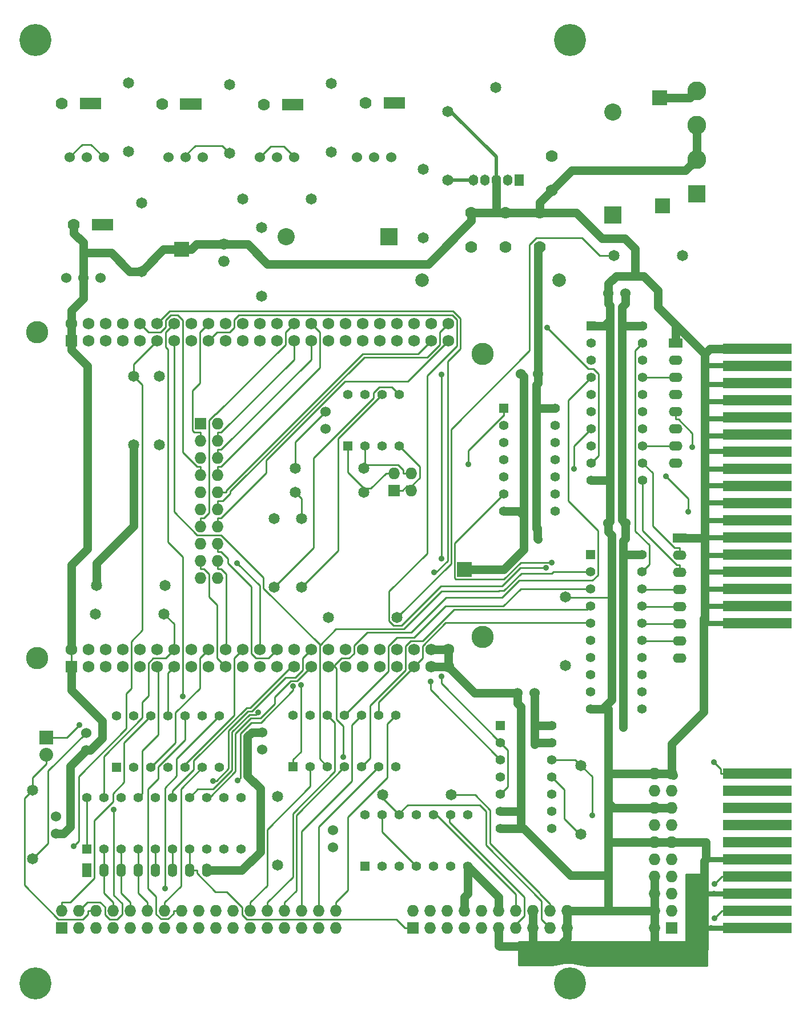
<source format=gtl>
%FSLAX34Y34*%
G04 Gerber Fmt 3.4, Leading zero omitted, Abs format*
G04 (created by PCBNEW (2014-02-12 BZR 4693)-product) date Sat 21 Jun 2014 11:45:11 PM EDT*
%MOIN*%
G01*
G70*
G90*
G04 APERTURE LIST*
%ADD10C,0.006000*%
%ADD11R,0.400000X0.060000*%
%ADD12R,0.100000X0.100000*%
%ADD13C,0.110000*%
%ADD14C,0.066000*%
%ADD15C,0.078700*%
%ADD16C,0.100000*%
%ADD17R,0.055000X0.055000*%
%ADD18C,0.055000*%
%ADD19R,0.080000X0.080000*%
%ADD20O,0.080000X0.080000*%
%ADD21R,0.068000X0.068000*%
%ADD22O,0.068000X0.068000*%
%ADD23C,0.187000*%
%ADD24R,0.080000X0.055000*%
%ADD25O,0.080000X0.055000*%
%ADD26R,0.055000X0.080000*%
%ADD27O,0.055000X0.080000*%
%ADD28R,0.088000X0.088000*%
%ADD29C,0.065000*%
%ADD30C,0.060000*%
%ADD31C,0.070000*%
%ADD32C,0.130000*%
%ADD33C,0.068000*%
%ADD34O,0.054000X0.065000*%
%ADD35R,0.054000X0.065000*%
%ADD36R,0.070000X0.070000*%
%ADD37C,0.035000*%
%ADD38C,0.050000*%
%ADD39C,0.010000*%
%ADD40C,0.030000*%
%ADD41C,0.020000*%
G04 APERTURE END LIST*
G54D10*
G54D11*
X90250Y-25150D03*
X90250Y-26150D03*
X90250Y-27150D03*
X90250Y-28150D03*
X90250Y-29150D03*
X90250Y-30150D03*
X90250Y-31150D03*
X90250Y-32150D03*
X90250Y-33150D03*
X90250Y-34150D03*
X90250Y-35150D03*
X90250Y-36150D03*
X90250Y-37150D03*
X90250Y-38150D03*
X90250Y-39150D03*
X90250Y-40150D03*
X90250Y-41150D03*
X90250Y-49899D03*
X90250Y-50899D03*
X90250Y-51899D03*
X90250Y-52899D03*
X90250Y-53899D03*
X90250Y-54899D03*
X90250Y-55899D03*
X90250Y-56899D03*
X90250Y-57899D03*
X90250Y-58899D03*
G54D12*
X86700Y-16100D03*
G54D13*
X86700Y-14100D03*
X86700Y-12100D03*
X86700Y-10100D03*
G54D14*
X59100Y-20050D03*
X59100Y-19050D03*
G54D15*
X78687Y-21150D03*
X70687Y-21150D03*
G54D16*
X81800Y-11350D03*
G54D12*
X81800Y-17350D03*
G54D16*
X62750Y-18600D03*
G54D12*
X68750Y-18600D03*
G54D17*
X75450Y-28600D03*
G54D18*
X75450Y-29600D03*
X75450Y-30600D03*
X75450Y-31600D03*
X75450Y-32600D03*
X75450Y-33600D03*
X75450Y-34600D03*
X78450Y-34600D03*
X78450Y-33600D03*
X78450Y-32600D03*
X78450Y-31600D03*
X78450Y-30600D03*
X78450Y-29600D03*
X78450Y-28600D03*
G54D17*
X52850Y-49550D03*
G54D18*
X53850Y-49550D03*
X54850Y-49550D03*
X55850Y-49550D03*
X56850Y-49550D03*
X57850Y-49550D03*
X58850Y-49550D03*
X58850Y-46550D03*
X57850Y-46550D03*
X56850Y-46550D03*
X55850Y-46550D03*
X54850Y-46550D03*
X53850Y-46550D03*
X52850Y-46550D03*
G54D17*
X63150Y-49500D03*
G54D18*
X64150Y-49500D03*
X65150Y-49500D03*
X66150Y-49500D03*
X67150Y-49500D03*
X68150Y-49500D03*
X69150Y-49500D03*
X69150Y-46500D03*
X68150Y-46500D03*
X67150Y-46500D03*
X66150Y-46500D03*
X65150Y-46500D03*
X64150Y-46500D03*
X63150Y-46500D03*
G54D19*
X48750Y-47800D03*
G54D20*
X48750Y-48800D03*
G54D21*
X69050Y-33400D03*
G54D22*
X69050Y-32400D03*
X70050Y-33400D03*
X70050Y-32400D03*
G54D17*
X80550Y-23800D03*
G54D18*
X80550Y-24800D03*
X80550Y-25800D03*
X80550Y-26800D03*
X80550Y-27800D03*
X80550Y-28800D03*
X80550Y-29800D03*
X80550Y-30800D03*
X80550Y-31800D03*
X80550Y-32800D03*
X83550Y-32800D03*
X83550Y-31800D03*
X83550Y-30800D03*
X83550Y-29800D03*
X83550Y-28800D03*
X83550Y-27800D03*
X83550Y-26800D03*
X83550Y-25800D03*
X83550Y-24800D03*
X83550Y-23800D03*
G54D17*
X80500Y-37150D03*
G54D18*
X80500Y-38150D03*
X80500Y-39150D03*
X80500Y-40150D03*
X80500Y-41150D03*
X80500Y-42150D03*
X80500Y-43150D03*
X80500Y-44150D03*
X80500Y-45150D03*
X80500Y-46150D03*
X83500Y-46150D03*
X83500Y-45150D03*
X83500Y-44150D03*
X83500Y-43150D03*
X83500Y-42150D03*
X83500Y-41150D03*
X83500Y-40150D03*
X83500Y-39150D03*
X83500Y-38150D03*
X83500Y-37150D03*
G54D17*
X67329Y-55300D03*
G54D18*
X68329Y-55300D03*
X69329Y-55300D03*
X70329Y-55300D03*
X71329Y-55300D03*
X72329Y-55300D03*
X73329Y-55300D03*
X73329Y-52300D03*
X72329Y-52300D03*
X71329Y-52300D03*
X70329Y-52300D03*
X69329Y-52300D03*
X68329Y-52300D03*
X67329Y-52300D03*
G54D17*
X51100Y-54300D03*
G54D18*
X52100Y-54300D03*
X53100Y-54300D03*
X54100Y-54300D03*
X55100Y-54300D03*
X56100Y-54300D03*
X57100Y-54300D03*
X58100Y-54300D03*
X59100Y-54300D03*
X60100Y-54300D03*
X60100Y-51300D03*
X59100Y-51300D03*
X58100Y-51300D03*
X57100Y-51300D03*
X56100Y-51300D03*
X55100Y-51300D03*
X54100Y-51300D03*
X53100Y-51300D03*
X52100Y-51300D03*
X51100Y-51300D03*
G54D17*
X66350Y-30800D03*
G54D18*
X67350Y-30800D03*
X68350Y-30800D03*
X69350Y-30800D03*
X69350Y-27800D03*
X68350Y-27800D03*
X67350Y-27800D03*
X66350Y-27800D03*
G54D17*
X75250Y-47100D03*
G54D18*
X75250Y-48100D03*
X75250Y-49100D03*
X75250Y-50100D03*
X75250Y-51100D03*
X75250Y-52100D03*
X75250Y-53100D03*
X78250Y-53100D03*
X78250Y-52100D03*
X78250Y-51100D03*
X78250Y-50100D03*
X78250Y-49100D03*
X78250Y-48100D03*
X78250Y-47100D03*
G54D21*
X57750Y-29500D03*
G54D22*
X58750Y-29500D03*
X57750Y-30500D03*
X58750Y-30500D03*
X57750Y-31500D03*
X58750Y-31500D03*
X57750Y-32500D03*
X58750Y-32500D03*
X57750Y-33500D03*
X58750Y-33500D03*
X57750Y-34500D03*
X58750Y-34500D03*
X57750Y-35500D03*
X58750Y-35500D03*
X57750Y-36500D03*
X58750Y-36500D03*
X57750Y-37500D03*
X58750Y-37500D03*
X57750Y-38500D03*
X58750Y-38500D03*
G54D21*
X85250Y-58900D03*
G54D22*
X84250Y-58900D03*
X85250Y-57900D03*
X84250Y-57900D03*
X85250Y-56900D03*
X84250Y-56900D03*
X85250Y-55900D03*
X84250Y-55900D03*
X85250Y-54900D03*
X84250Y-54900D03*
X85250Y-53900D03*
X84250Y-53900D03*
X85250Y-52900D03*
X84250Y-52900D03*
X85250Y-51900D03*
X84250Y-51900D03*
X85250Y-50900D03*
X84250Y-50900D03*
X85250Y-49900D03*
X84250Y-49900D03*
G54D21*
X70150Y-58900D03*
G54D22*
X70150Y-57900D03*
X71150Y-58900D03*
X71150Y-57900D03*
X72150Y-58900D03*
X72150Y-57900D03*
X73150Y-58900D03*
X73150Y-57900D03*
X74150Y-58900D03*
X74150Y-57900D03*
X75150Y-58900D03*
X75150Y-57900D03*
X76150Y-58900D03*
X76150Y-57900D03*
X77150Y-58900D03*
X77150Y-57900D03*
X78150Y-58900D03*
X78150Y-57900D03*
X79150Y-58900D03*
X79150Y-57900D03*
G54D23*
X48100Y-62150D03*
X79300Y-62150D03*
X79300Y-7150D03*
X48100Y-7150D03*
G54D21*
X49650Y-58900D03*
G54D22*
X49650Y-57900D03*
X50650Y-58900D03*
X50650Y-57900D03*
X51650Y-58900D03*
X51650Y-57900D03*
X52650Y-58900D03*
X52650Y-57900D03*
X53650Y-58900D03*
X53650Y-57900D03*
X54650Y-58900D03*
X54650Y-57900D03*
X55650Y-58900D03*
X55650Y-57900D03*
X56650Y-58900D03*
X56650Y-57900D03*
X57650Y-58900D03*
X57650Y-57900D03*
X58650Y-58900D03*
X58650Y-57900D03*
X59650Y-58900D03*
X59650Y-57900D03*
X60650Y-58900D03*
X60650Y-57900D03*
X61650Y-58900D03*
X61650Y-57900D03*
X62650Y-58900D03*
X62650Y-57900D03*
X63650Y-58900D03*
X63650Y-57900D03*
X64650Y-58900D03*
X64650Y-57900D03*
X65650Y-58900D03*
X65650Y-57900D03*
G54D24*
X85710Y-36161D03*
G54D25*
X85710Y-37161D03*
X85710Y-38161D03*
X85710Y-39161D03*
X85710Y-40161D03*
X85710Y-41161D03*
X85710Y-42161D03*
X85710Y-43161D03*
G54D24*
X85470Y-24820D03*
G54D25*
X85470Y-25820D03*
X85470Y-26820D03*
X85470Y-27820D03*
X85470Y-28820D03*
X85470Y-29820D03*
X85470Y-30820D03*
X85470Y-31820D03*
G54D26*
X51100Y-55550D03*
G54D27*
X52100Y-55550D03*
X53100Y-55550D03*
X54100Y-55550D03*
X55100Y-55550D03*
X56100Y-55550D03*
X57100Y-55550D03*
X58100Y-55550D03*
G54D28*
X84550Y-10500D03*
X84700Y-16800D03*
X56650Y-19350D03*
X73150Y-38000D03*
G54D29*
X70750Y-18669D03*
X70750Y-14669D03*
X79950Y-49431D03*
X79950Y-53431D03*
X55350Y-26731D03*
X55350Y-30731D03*
X62050Y-35031D03*
X62050Y-39031D03*
X63650Y-35031D03*
X63650Y-39031D03*
X72174Y-15294D03*
X72174Y-11294D03*
X63281Y-32100D03*
X67281Y-32100D03*
X63281Y-33500D03*
X67281Y-33500D03*
X69219Y-40800D03*
X65219Y-40800D03*
X61300Y-18081D03*
X61300Y-22081D03*
X54300Y-16631D03*
X54300Y-20631D03*
X53550Y-9631D03*
X53550Y-13631D03*
X59450Y-9731D03*
X59450Y-13731D03*
X64219Y-16400D03*
X60219Y-16400D03*
X65375Y-13669D03*
X65375Y-9669D03*
X47950Y-54869D03*
X47950Y-50869D03*
X55619Y-40600D03*
X51619Y-40600D03*
X72359Y-51140D03*
X68359Y-51140D03*
X55669Y-38950D03*
X51669Y-38950D03*
X53850Y-26731D03*
X53850Y-30731D03*
X81881Y-19700D03*
X85881Y-19700D03*
G54D30*
X50900Y-21000D03*
X49900Y-21000D03*
X51900Y-21000D03*
X51100Y-13975D03*
X50100Y-13975D03*
X52100Y-13975D03*
X56875Y-13975D03*
X55875Y-13975D03*
X57875Y-13975D03*
X62200Y-13975D03*
X61200Y-13975D03*
X63200Y-13975D03*
X67875Y-13975D03*
X66875Y-13975D03*
X68875Y-13975D03*
X82550Y-35300D03*
X81550Y-35300D03*
X65050Y-28800D03*
X65050Y-29800D03*
X49300Y-52400D03*
X49300Y-53400D03*
X51074Y-47525D03*
X51074Y-48525D03*
X77250Y-45200D03*
X76250Y-45200D03*
X77450Y-26600D03*
X76450Y-26600D03*
X82550Y-21900D03*
X81550Y-21900D03*
X61350Y-47500D03*
X61350Y-48500D03*
X65470Y-53220D03*
X65470Y-54220D03*
G54D31*
X73550Y-19200D03*
X73550Y-17200D03*
X75550Y-19200D03*
X75550Y-17200D03*
X77550Y-19200D03*
X77550Y-17200D03*
X78250Y-13900D03*
X78250Y-15900D03*
G54D32*
X74200Y-41925D03*
X48200Y-43175D03*
X48200Y-24175D03*
X74200Y-25425D03*
G54D21*
X50200Y-43675D03*
G54D33*
X50200Y-42675D03*
X51200Y-43675D03*
X51200Y-42675D03*
X52200Y-43675D03*
X52200Y-42675D03*
X53200Y-43675D03*
X53200Y-42675D03*
X54200Y-43675D03*
X54200Y-42675D03*
X55200Y-43675D03*
X55200Y-42675D03*
X56200Y-43675D03*
X56200Y-42675D03*
X57200Y-43675D03*
X57200Y-42675D03*
X58200Y-43675D03*
X58200Y-42675D03*
X59200Y-43675D03*
X59200Y-42675D03*
X60200Y-43675D03*
X60200Y-42675D03*
X61200Y-43675D03*
X61200Y-42675D03*
X62200Y-43675D03*
X62200Y-42675D03*
X63200Y-43675D03*
X63200Y-42675D03*
X64200Y-43675D03*
X64200Y-42675D03*
X65200Y-43675D03*
X65200Y-42675D03*
X66200Y-43675D03*
X66200Y-42675D03*
X67200Y-43675D03*
X67200Y-42675D03*
X68200Y-43675D03*
X68200Y-42675D03*
X69200Y-43675D03*
X69200Y-42675D03*
X70200Y-43675D03*
X70200Y-42675D03*
X71200Y-43675D03*
X71200Y-42675D03*
X72200Y-43675D03*
X72200Y-42675D03*
G54D21*
X50200Y-24675D03*
G54D33*
X50200Y-23675D03*
X51200Y-24675D03*
X51200Y-23675D03*
X52200Y-24675D03*
X52200Y-23675D03*
X53200Y-24675D03*
X53200Y-23675D03*
X54200Y-24675D03*
X54200Y-23675D03*
X55200Y-24675D03*
X55200Y-23675D03*
X56200Y-24675D03*
X56200Y-23675D03*
X57200Y-24675D03*
X57200Y-23675D03*
X58200Y-24675D03*
X58200Y-23675D03*
X59200Y-24675D03*
X59200Y-23675D03*
X60200Y-24675D03*
X60200Y-23675D03*
X61200Y-24675D03*
X61200Y-23675D03*
X62200Y-24675D03*
X62200Y-23675D03*
X63200Y-24675D03*
X63200Y-23675D03*
X64200Y-24675D03*
X64200Y-23675D03*
X65200Y-24675D03*
X65200Y-23675D03*
X66200Y-24675D03*
X66200Y-23675D03*
X67200Y-24675D03*
X67200Y-23675D03*
X68200Y-24675D03*
X68200Y-23675D03*
X69200Y-24675D03*
X69200Y-23675D03*
X70200Y-24675D03*
X70200Y-23675D03*
X71200Y-24675D03*
X71200Y-23675D03*
X72200Y-24675D03*
X72200Y-23675D03*
G54D34*
X73660Y-15320D03*
X74330Y-15320D03*
X75000Y-15320D03*
X75670Y-15320D03*
G54D35*
X76340Y-15320D03*
G54D29*
X74970Y-9920D03*
X62250Y-51231D03*
X62250Y-55231D03*
X79050Y-39605D03*
X79050Y-43605D03*
G54D36*
X51730Y-17900D03*
G54D31*
X50350Y-17900D03*
G54D36*
X52318Y-17900D03*
X68755Y-10800D03*
G54D31*
X67375Y-10800D03*
G54D36*
X69343Y-10800D03*
X62830Y-10900D03*
G54D31*
X61450Y-10900D03*
G54D36*
X63418Y-10900D03*
X51030Y-10825D03*
G54D31*
X49650Y-10825D03*
G54D36*
X51618Y-10825D03*
X56880Y-10875D03*
G54D31*
X55500Y-10875D03*
G54D36*
X57468Y-10875D03*
G54D37*
X82400Y-47200D03*
X77350Y-35275D03*
X77450Y-36250D03*
X59870Y-37624D03*
X86442Y-30871D03*
X79535Y-32131D03*
X61113Y-46344D03*
X58478Y-50338D03*
X73357Y-31872D03*
X77985Y-23910D03*
X56700Y-45418D03*
X77888Y-37916D03*
X63598Y-44746D03*
X63145Y-44823D03*
X59917Y-50310D03*
X66076Y-48937D03*
X50342Y-54135D03*
X87550Y-58900D03*
X87690Y-56909D03*
X81750Y-37020D03*
X71818Y-26641D03*
X71818Y-37385D03*
X71793Y-44252D03*
X87708Y-49239D03*
X78221Y-37591D03*
X87725Y-56350D03*
X87750Y-58325D03*
X86194Y-34649D03*
X84897Y-32571D03*
X55666Y-56622D03*
X52662Y-51999D03*
X80600Y-52350D03*
X50682Y-47062D03*
X71374Y-38176D03*
X71157Y-44528D03*
G54D38*
X83550Y-23800D02*
X82350Y-23800D01*
X82400Y-47200D02*
X82400Y-37150D01*
X83500Y-37150D02*
X82400Y-37150D01*
X82400Y-36350D02*
X82400Y-37150D01*
X82550Y-36200D02*
X82400Y-36350D01*
X82550Y-35300D02*
X82550Y-36200D01*
X78250Y-47100D02*
X77250Y-47100D01*
X77250Y-45200D02*
X77250Y-47100D01*
X77350Y-48100D02*
X78250Y-48100D01*
X77250Y-48200D02*
X77350Y-48100D01*
X77250Y-47100D02*
X77250Y-48200D01*
X82350Y-22700D02*
X82350Y-23800D01*
X82550Y-22500D02*
X82350Y-22700D01*
X82550Y-21900D02*
X82550Y-22500D01*
X82350Y-35100D02*
X82550Y-35300D01*
X82350Y-23800D02*
X82350Y-35100D01*
X53850Y-35470D02*
X53850Y-30730D01*
X51668Y-37650D02*
X53850Y-35470D01*
X51668Y-38950D02*
X51668Y-37650D01*
G54D39*
X63650Y-33869D02*
X63650Y-35030D01*
X63280Y-33500D02*
X63650Y-33869D01*
X51100Y-54300D02*
X51100Y-51300D01*
X51669Y-38950D02*
X51668Y-38950D01*
X63280Y-30569D02*
X63280Y-32100D01*
X65050Y-28800D02*
X63280Y-30569D01*
X68329Y-53300D02*
X68329Y-52300D01*
X70329Y-55300D02*
X68329Y-53300D01*
G54D38*
X60150Y-55550D02*
X58100Y-55550D01*
X61225Y-54474D02*
X60150Y-55550D01*
X61225Y-50774D02*
X61225Y-54474D01*
X60474Y-50025D02*
X61225Y-50774D01*
X60474Y-47750D02*
X60474Y-50025D01*
X60725Y-47500D02*
X60474Y-47750D01*
X61350Y-47500D02*
X60725Y-47500D01*
X78450Y-28600D02*
X77350Y-28600D01*
X77450Y-19300D02*
X77550Y-19200D01*
X77450Y-26600D02*
X77450Y-19300D01*
X77400Y-36200D02*
X77450Y-36250D01*
X77400Y-35600D02*
X77400Y-36200D01*
X77350Y-35600D02*
X77400Y-35600D01*
X77350Y-35275D02*
X77350Y-35600D01*
X77350Y-27250D02*
X77350Y-28600D01*
X77450Y-27150D02*
X77350Y-27250D01*
X77450Y-26600D02*
X77450Y-27150D01*
X77350Y-28600D02*
X77350Y-35275D01*
G54D39*
X48849Y-53969D02*
X47950Y-54869D01*
X48849Y-49750D02*
X48849Y-53969D01*
X51074Y-47525D02*
X48849Y-49750D01*
X68150Y-45725D02*
X70200Y-43675D01*
X68150Y-46500D02*
X68150Y-45725D01*
X80469Y-41119D02*
X80500Y-41150D01*
X72043Y-41119D02*
X80469Y-41119D01*
X70700Y-42463D02*
X72043Y-41119D01*
X70700Y-43175D02*
X70700Y-42463D01*
X70200Y-43675D02*
X70700Y-43175D01*
X58953Y-30009D02*
X58750Y-30009D01*
X63200Y-25762D02*
X58953Y-30009D01*
X63200Y-24675D02*
X63200Y-25762D01*
X58750Y-30500D02*
X58750Y-30009D01*
X58953Y-31009D02*
X58750Y-31009D01*
X64200Y-25762D02*
X58953Y-31009D01*
X64200Y-24675D02*
X64200Y-25762D01*
X58750Y-31500D02*
X58750Y-31009D01*
X58953Y-35009D02*
X58750Y-35009D01*
X61574Y-32388D02*
X58953Y-35009D01*
X61574Y-31636D02*
X61574Y-32388D01*
X66181Y-27029D02*
X61574Y-31636D01*
X69845Y-27029D02*
X66181Y-27029D01*
X72200Y-24675D02*
X69845Y-27029D01*
X58750Y-35500D02*
X58750Y-35009D01*
X58750Y-34500D02*
X58750Y-34009D01*
X59024Y-34009D02*
X58750Y-34009D01*
X59475Y-33559D02*
X59024Y-34009D01*
X59475Y-33452D02*
X59475Y-33559D01*
X67300Y-25627D02*
X59475Y-33452D01*
X70964Y-25627D02*
X67300Y-25627D01*
X71700Y-24891D02*
X70964Y-25627D01*
X71700Y-24175D02*
X71700Y-24891D01*
X72200Y-23675D02*
X71700Y-24175D01*
X58750Y-33500D02*
X59240Y-33500D01*
X59240Y-33402D02*
X59240Y-33500D01*
X67215Y-25426D02*
X59240Y-33402D01*
X70448Y-25426D02*
X67215Y-25426D01*
X71200Y-24675D02*
X70448Y-25426D01*
X61200Y-38953D02*
X59870Y-37624D01*
X61200Y-42675D02*
X61200Y-38953D01*
X57953Y-35009D02*
X57750Y-35009D01*
X58250Y-34712D02*
X57953Y-35009D01*
X58250Y-29295D02*
X58250Y-34712D01*
X58599Y-28946D02*
X58250Y-29295D01*
X58649Y-28946D02*
X58599Y-28946D01*
X62700Y-24895D02*
X58649Y-28946D01*
X62700Y-24175D02*
X62700Y-24895D01*
X63200Y-23675D02*
X62700Y-24175D01*
X57750Y-35500D02*
X57750Y-35009D01*
X64690Y-24165D02*
X64200Y-23675D01*
X64690Y-26253D02*
X64690Y-24165D01*
X58933Y-32009D02*
X64690Y-26253D01*
X58750Y-32009D02*
X58933Y-32009D01*
X58750Y-32500D02*
X58750Y-32009D01*
X58750Y-36500D02*
X58750Y-36990D01*
X61709Y-43165D02*
X62200Y-42675D01*
X60973Y-43165D02*
X61709Y-43165D01*
X60700Y-42892D02*
X60973Y-43165D01*
X60700Y-39020D02*
X60700Y-42892D01*
X59327Y-37647D02*
X60700Y-39020D01*
X59327Y-37364D02*
X59327Y-37647D01*
X58953Y-36990D02*
X59327Y-37364D01*
X58750Y-36990D02*
X58953Y-36990D01*
X57750Y-30500D02*
X57750Y-30009D01*
X57704Y-24170D02*
X58200Y-23675D01*
X57704Y-27141D02*
X57704Y-24170D01*
X57259Y-27586D02*
X57704Y-27141D01*
X57259Y-29902D02*
X57259Y-27586D01*
X57367Y-30009D02*
X57259Y-29902D01*
X57750Y-30009D02*
X57367Y-30009D01*
X57546Y-32009D02*
X57750Y-32009D01*
X56699Y-31162D02*
X57546Y-32009D01*
X56699Y-23471D02*
X56699Y-31162D01*
X56391Y-23162D02*
X56699Y-23471D01*
X55995Y-23162D02*
X56391Y-23162D01*
X55700Y-23458D02*
X55995Y-23162D01*
X55700Y-23868D02*
X55700Y-23458D01*
X55393Y-24175D02*
X55700Y-23868D01*
X54700Y-24175D02*
X55393Y-24175D01*
X54200Y-23675D02*
X54700Y-24175D01*
X57750Y-32500D02*
X57750Y-32009D01*
X83511Y-42161D02*
X83500Y-42150D01*
X85710Y-42161D02*
X83511Y-42161D01*
X86442Y-30058D02*
X86442Y-30871D01*
X85629Y-29245D02*
X86442Y-30058D01*
X85470Y-29245D02*
X85629Y-29245D01*
X85470Y-28820D02*
X85470Y-29245D01*
X83570Y-30820D02*
X83550Y-30800D01*
X85470Y-30820D02*
X83570Y-30820D01*
X83570Y-26820D02*
X83550Y-26800D01*
X85470Y-26820D02*
X83570Y-26820D01*
X85710Y-38161D02*
X85710Y-37736D01*
X83550Y-35735D02*
X83550Y-32800D01*
X85551Y-37736D02*
X83550Y-35735D01*
X85710Y-37736D02*
X85551Y-37736D01*
X83511Y-39161D02*
X83500Y-39150D01*
X85710Y-39161D02*
X83511Y-39161D01*
X83511Y-40161D02*
X83500Y-40150D01*
X85710Y-40161D02*
X83511Y-40161D01*
X83511Y-41161D02*
X83500Y-41150D01*
X85710Y-41161D02*
X83511Y-41161D01*
X85710Y-37161D02*
X85710Y-36736D01*
X85391Y-36736D02*
X85710Y-36736D01*
X84124Y-35469D02*
X85391Y-36736D01*
X84124Y-32374D02*
X84124Y-35469D01*
X83550Y-31800D02*
X84124Y-32374D01*
X56850Y-49368D02*
X56850Y-49550D01*
X59700Y-46518D02*
X56850Y-49368D01*
X59700Y-43175D02*
X59700Y-46518D01*
X60200Y-42675D02*
X59700Y-43175D01*
X79535Y-30814D02*
X79535Y-32131D01*
X80550Y-29800D02*
X79535Y-30814D01*
X56279Y-48120D02*
X54850Y-49550D01*
X56279Y-46350D02*
X56279Y-48120D01*
X57700Y-44929D02*
X56279Y-46350D01*
X57700Y-43175D02*
X57700Y-44929D01*
X58200Y-42675D02*
X57700Y-43175D01*
X56100Y-50908D02*
X56100Y-51300D01*
X57350Y-49658D02*
X56100Y-50908D01*
X57350Y-49151D02*
X57350Y-49658D01*
X60430Y-46071D02*
X57350Y-49151D01*
X60643Y-46071D02*
X60430Y-46071D01*
X63040Y-43675D02*
X60643Y-46071D01*
X63200Y-43675D02*
X63040Y-43675D01*
X57587Y-50812D02*
X57100Y-51300D01*
X58475Y-50812D02*
X57587Y-50812D01*
X59587Y-49701D02*
X58475Y-50812D01*
X59587Y-47480D02*
X59587Y-49701D01*
X60596Y-46471D02*
X59587Y-47480D01*
X60986Y-46471D02*
X60596Y-46471D01*
X61113Y-46344D02*
X60986Y-46471D01*
X55850Y-44025D02*
X55850Y-46550D01*
X56200Y-43675D02*
X55850Y-44025D01*
X58663Y-50338D02*
X58478Y-50338D01*
X59387Y-49615D02*
X58663Y-50338D01*
X59387Y-47397D02*
X59387Y-49615D01*
X60513Y-46271D02*
X59387Y-47397D01*
X60726Y-46271D02*
X60513Y-46271D01*
X62700Y-44297D02*
X60726Y-46271D01*
X63271Y-44297D02*
X62700Y-44297D01*
X63702Y-43866D02*
X63271Y-44297D01*
X63702Y-43172D02*
X63702Y-43866D01*
X64200Y-42675D02*
X63702Y-43172D01*
X75396Y-29025D02*
X75450Y-29025D01*
X73357Y-31064D02*
X75396Y-29025D01*
X73357Y-31872D02*
X73357Y-31064D01*
X75450Y-28600D02*
X75450Y-29025D01*
X80375Y-26300D02*
X77985Y-23910D01*
X80668Y-26300D02*
X80375Y-26300D01*
X80982Y-26613D02*
X80668Y-26300D01*
X80982Y-31367D02*
X80982Y-26613D01*
X80550Y-31800D02*
X80982Y-31367D01*
X64699Y-49049D02*
X65150Y-49500D01*
X64699Y-42417D02*
X64699Y-49049D01*
X64721Y-42396D02*
X64699Y-42417D01*
X78345Y-38150D02*
X80500Y-38150D01*
X78253Y-38241D02*
X78345Y-38150D01*
X76465Y-38241D02*
X78253Y-38241D01*
X75454Y-39251D02*
X76465Y-38241D01*
X75172Y-39251D02*
X75454Y-39251D01*
X75151Y-39271D02*
X75172Y-39251D01*
X71792Y-39271D02*
X75151Y-39271D01*
X69589Y-41475D02*
X71792Y-39271D01*
X65642Y-41475D02*
X69589Y-41475D01*
X64721Y-42396D02*
X65642Y-41475D01*
X61416Y-39091D02*
X64721Y-42396D01*
X61416Y-38465D02*
X61416Y-39091D01*
X58951Y-36000D02*
X61416Y-38465D01*
X57546Y-36000D02*
X58951Y-36000D01*
X56200Y-34653D02*
X57546Y-36000D01*
X56200Y-24675D02*
X56200Y-34653D01*
X80480Y-39130D02*
X80500Y-39150D01*
X76425Y-39130D02*
X80480Y-39130D01*
X75401Y-40153D02*
X76425Y-39130D01*
X72035Y-40153D02*
X75401Y-40153D01*
X70208Y-41980D02*
X72035Y-40153D01*
X69198Y-41980D02*
X70208Y-41980D01*
X68700Y-42479D02*
X69198Y-41980D01*
X68700Y-43950D02*
X68700Y-42479D01*
X66150Y-46500D02*
X68700Y-43950D01*
X56700Y-37269D02*
X56700Y-45418D01*
X55825Y-36394D02*
X56700Y-37269D01*
X55825Y-25165D02*
X55825Y-36394D01*
X55700Y-25040D02*
X55825Y-25165D01*
X55700Y-24175D02*
X55700Y-25040D01*
X56200Y-23675D02*
X55700Y-24175D01*
X80295Y-40354D02*
X80500Y-40150D01*
X72526Y-40354D02*
X80295Y-40354D01*
X70699Y-42180D02*
X72526Y-40354D01*
X69988Y-42180D02*
X70699Y-42180D01*
X69709Y-42458D02*
X69988Y-42180D01*
X69709Y-43882D02*
X69709Y-42458D01*
X67650Y-45941D02*
X69709Y-43882D01*
X67650Y-49000D02*
X67650Y-45941D01*
X67150Y-49500D02*
X67650Y-49000D01*
X76407Y-37916D02*
X77888Y-37916D01*
X75342Y-38981D02*
X76407Y-37916D01*
X71759Y-38981D02*
X75342Y-38981D01*
X69464Y-41275D02*
X71759Y-38981D01*
X69014Y-41275D02*
X69464Y-41275D01*
X68743Y-41004D02*
X69014Y-41275D01*
X68743Y-39281D02*
X68743Y-41004D01*
X70965Y-37059D02*
X68743Y-39281D01*
X70965Y-26691D02*
X70965Y-37059D01*
X72691Y-24965D02*
X70965Y-26691D01*
X72691Y-23447D02*
X72691Y-24965D01*
X72421Y-23177D02*
X72691Y-23447D01*
X59972Y-23177D02*
X72421Y-23177D01*
X59700Y-23450D02*
X59972Y-23177D01*
X59700Y-23892D02*
X59700Y-23450D01*
X59426Y-24165D02*
X59700Y-23892D01*
X58709Y-24165D02*
X59426Y-24165D01*
X58200Y-24675D02*
X58709Y-24165D01*
X58278Y-51300D02*
X58100Y-51300D01*
X59787Y-49790D02*
X58278Y-51300D01*
X59787Y-47563D02*
X59787Y-49790D01*
X60678Y-46671D02*
X59787Y-47563D01*
X61246Y-46671D02*
X60678Y-46671D01*
X62061Y-45856D02*
X61246Y-46671D01*
X62061Y-45446D02*
X62061Y-45856D01*
X63010Y-44498D02*
X62061Y-45446D01*
X63376Y-44498D02*
X63010Y-44498D01*
X64200Y-43675D02*
X63376Y-44498D01*
X63150Y-49500D02*
X63150Y-49074D01*
X63598Y-48626D02*
X63598Y-44746D01*
X63150Y-49074D02*
X63598Y-48626D01*
X55279Y-43754D02*
X55200Y-43675D01*
X55279Y-47625D02*
X55279Y-43754D01*
X54321Y-48583D02*
X55279Y-47625D01*
X54321Y-51078D02*
X54321Y-48583D01*
X54100Y-51300D02*
X54321Y-51078D01*
X63145Y-45055D02*
X63145Y-44823D01*
X61258Y-46942D02*
X63145Y-45055D01*
X60691Y-46942D02*
X61258Y-46942D01*
X60058Y-47575D02*
X60691Y-46942D01*
X60058Y-50169D02*
X60058Y-47575D01*
X59917Y-50310D02*
X60058Y-50169D01*
X65200Y-43675D02*
X65575Y-43675D01*
X79199Y-28150D02*
X80550Y-26800D01*
X79199Y-34015D02*
X79199Y-28150D01*
X80925Y-35741D02*
X79199Y-34015D01*
X80925Y-38331D02*
X80925Y-35741D01*
X80607Y-38650D02*
X80925Y-38331D01*
X76339Y-38650D02*
X80607Y-38650D01*
X75347Y-39642D02*
X76339Y-38650D01*
X72084Y-39642D02*
X75347Y-39642D01*
X70051Y-41675D02*
X72084Y-39642D01*
X67471Y-41675D02*
X70051Y-41675D01*
X66690Y-42456D02*
X67471Y-41675D01*
X66690Y-42901D02*
X66690Y-42456D01*
X66417Y-43175D02*
X66690Y-42901D01*
X65982Y-43175D02*
X66417Y-43175D01*
X65575Y-43582D02*
X65982Y-43175D01*
X65575Y-43675D02*
X65575Y-43582D01*
X66076Y-47137D02*
X66076Y-48937D01*
X65677Y-46738D02*
X66076Y-47137D01*
X65677Y-43777D02*
X65677Y-46738D01*
X65575Y-43675D02*
X65677Y-43777D01*
X83931Y-37718D02*
X83500Y-38150D01*
X83931Y-36589D02*
X83931Y-37718D01*
X83112Y-35770D02*
X83931Y-36589D01*
X83112Y-25237D02*
X83112Y-35770D01*
X83550Y-24800D02*
X83112Y-25237D01*
X53850Y-26025D02*
X53850Y-26730D01*
X55200Y-24675D02*
X53850Y-26025D01*
X50627Y-53850D02*
X50342Y-54135D01*
X50627Y-50061D02*
X50627Y-53850D01*
X53410Y-47278D02*
X50627Y-50061D01*
X53410Y-45233D02*
X53410Y-47278D01*
X53709Y-44934D02*
X53410Y-45233D01*
X53709Y-42196D02*
X53709Y-44934D01*
X54349Y-41556D02*
X53709Y-42196D01*
X54349Y-27230D02*
X54349Y-41556D01*
X53850Y-26730D02*
X54349Y-27230D01*
X56200Y-41180D02*
X55619Y-40600D01*
X56200Y-42675D02*
X56200Y-41180D01*
X52100Y-48906D02*
X52100Y-51300D01*
X54350Y-46656D02*
X52100Y-48906D01*
X54350Y-45731D02*
X54350Y-46656D01*
X54700Y-45381D02*
X54350Y-45731D01*
X54700Y-43457D02*
X54700Y-45381D01*
X54973Y-43184D02*
X54700Y-43457D01*
X55690Y-43184D02*
X54973Y-43184D01*
X56200Y-42675D02*
X55690Y-43184D01*
G54D38*
X56650Y-19350D02*
X55581Y-19350D01*
X55581Y-19350D02*
X54300Y-20631D01*
X54300Y-20631D02*
X53606Y-20631D01*
X52525Y-19550D02*
X50900Y-19550D01*
X53606Y-20631D02*
X52525Y-19550D01*
X77550Y-17200D02*
X79675Y-17200D01*
X83100Y-19300D02*
X83100Y-20900D01*
X82500Y-18700D02*
X83100Y-19300D01*
X81175Y-18700D02*
X82500Y-18700D01*
X79675Y-17200D02*
X81175Y-18700D01*
X50900Y-21000D02*
X50900Y-19550D01*
X50900Y-19550D02*
X50900Y-18950D01*
X50900Y-18950D02*
X50350Y-18400D01*
X50350Y-18400D02*
X50350Y-17900D01*
X50200Y-23675D02*
X50200Y-22900D01*
X50900Y-22200D02*
X50900Y-21000D01*
X50200Y-22900D02*
X50900Y-22200D01*
X76450Y-53100D02*
X76600Y-53100D01*
X79350Y-55850D02*
X81550Y-55850D01*
X76600Y-53100D02*
X79350Y-55850D01*
X87138Y-36161D02*
X87174Y-36125D01*
X85710Y-36161D02*
X87138Y-36161D01*
X75150Y-57120D02*
X73329Y-55300D01*
X75150Y-57900D02*
X75150Y-57120D01*
X73150Y-57100D02*
X73150Y-57900D01*
X73329Y-56920D02*
X73150Y-57100D01*
X73329Y-55300D02*
X73329Y-56920D01*
X87120Y-40879D02*
X87174Y-40879D01*
X87120Y-46309D02*
X87120Y-40879D01*
X85250Y-48179D02*
X87120Y-46309D01*
X85250Y-49900D02*
X85250Y-48179D01*
X84250Y-53900D02*
X81550Y-53900D01*
G54D40*
X87690Y-56909D02*
X87690Y-56900D01*
G54D38*
X85470Y-24820D02*
X85470Y-23745D01*
X81320Y-23800D02*
X81650Y-23470D01*
X80550Y-23800D02*
X81320Y-23800D01*
X76329Y-34600D02*
X76600Y-34870D01*
X75450Y-34600D02*
X76329Y-34600D01*
X79150Y-59509D02*
X79150Y-58900D01*
X78690Y-59970D02*
X79150Y-59509D01*
X77100Y-59970D02*
X78690Y-59970D01*
X75190Y-59970D02*
X77100Y-59970D01*
X75150Y-59929D02*
X75190Y-59970D01*
X75150Y-58900D02*
X75150Y-59929D01*
X87150Y-56900D02*
X87150Y-59000D01*
X50200Y-25200D02*
X50200Y-24675D01*
X51150Y-26150D02*
X50200Y-25200D01*
X51150Y-36800D02*
X51150Y-26150D01*
X50200Y-37750D02*
X51150Y-36800D01*
X50200Y-42674D02*
X50200Y-37750D01*
X80550Y-32800D02*
X81650Y-32800D01*
X81650Y-22600D02*
X81650Y-23470D01*
X81550Y-22500D02*
X81650Y-22600D01*
X81550Y-21900D02*
X81550Y-22500D01*
X75250Y-52100D02*
X76450Y-52100D01*
X76600Y-36850D02*
X76600Y-34870D01*
X75450Y-38000D02*
X76600Y-36850D01*
X73150Y-38000D02*
X75450Y-38000D01*
X76600Y-34870D02*
X76600Y-26750D01*
X84250Y-49900D02*
X81550Y-49900D01*
X84437Y-22712D02*
X85470Y-23745D01*
X83100Y-20900D02*
X83600Y-20900D01*
X83600Y-20900D02*
X84437Y-21737D01*
X84437Y-21737D02*
X84437Y-22712D01*
X82000Y-20900D02*
X83100Y-20900D01*
X81550Y-21900D02*
X81550Y-21350D01*
X81550Y-21350D02*
X82000Y-20900D01*
X85470Y-23745D02*
X87174Y-25450D01*
G54D40*
X87690Y-56900D02*
X87150Y-56900D01*
G54D38*
X87150Y-55000D02*
X87150Y-56900D01*
G54D40*
X87250Y-54900D02*
X87150Y-55000D01*
X90200Y-26100D02*
X90250Y-26150D01*
X87174Y-26100D02*
X90200Y-26100D01*
X90200Y-27200D02*
X90250Y-27150D01*
X87174Y-27200D02*
X90200Y-27200D01*
X90200Y-28200D02*
X90250Y-28150D01*
X87174Y-28200D02*
X90200Y-28200D01*
X90200Y-29200D02*
X90250Y-29150D01*
X87174Y-29200D02*
X90200Y-29200D01*
X90200Y-30200D02*
X90250Y-30150D01*
X87174Y-30200D02*
X90200Y-30200D01*
X90200Y-31100D02*
X90250Y-31150D01*
X87174Y-31100D02*
X90200Y-31100D01*
X87174Y-32150D02*
X90250Y-32150D01*
X90200Y-33100D02*
X90250Y-33150D01*
X87174Y-33100D02*
X90200Y-33100D01*
X90200Y-34100D02*
X90250Y-34150D01*
X87174Y-34100D02*
X90200Y-34100D01*
X90225Y-35125D02*
X90250Y-35150D01*
X87174Y-35125D02*
X90225Y-35125D01*
X90225Y-36125D02*
X90250Y-36150D01*
X87174Y-36125D02*
X90225Y-36125D01*
X90225Y-37175D02*
X90250Y-37150D01*
X87174Y-37175D02*
X90225Y-37175D01*
X90225Y-38125D02*
X90250Y-38150D01*
X87174Y-38125D02*
X90225Y-38125D01*
X90250Y-39150D02*
X87174Y-39150D01*
X90250Y-40150D02*
X87174Y-40150D01*
X90250Y-41150D02*
X87174Y-41150D01*
G54D38*
X87174Y-40879D02*
X87174Y-41150D01*
X87474Y-25150D02*
X87174Y-25450D01*
X90250Y-25150D02*
X87474Y-25150D01*
X73725Y-45200D02*
X72200Y-43674D01*
X76250Y-45200D02*
X73725Y-45200D01*
X50125Y-49474D02*
X51074Y-48525D01*
X50125Y-53000D02*
X50125Y-49474D01*
X49725Y-53400D02*
X50125Y-53000D01*
X49300Y-53400D02*
X49725Y-53400D01*
X81550Y-57900D02*
X79150Y-57900D01*
X81550Y-53900D02*
X81550Y-55850D01*
X81550Y-55850D02*
X81550Y-57900D01*
X81550Y-49900D02*
X81550Y-51620D01*
X81550Y-51620D02*
X81550Y-53900D01*
G54D41*
X75000Y-13950D02*
X75000Y-15320D01*
X72344Y-11294D02*
X75000Y-13950D01*
X72174Y-11294D02*
X72344Y-11294D01*
G54D38*
X75000Y-15320D02*
X75000Y-17200D01*
G54D40*
X87250Y-58900D02*
X87550Y-58900D01*
X87150Y-59000D02*
X87250Y-58900D01*
G54D38*
X86700Y-12100D02*
X86700Y-14100D01*
X75000Y-17200D02*
X73550Y-17200D01*
X50200Y-24675D02*
X50200Y-23675D01*
X73550Y-17675D02*
X73550Y-17200D01*
X71025Y-20200D02*
X73550Y-17675D01*
X61650Y-20200D02*
X71025Y-20200D01*
X60500Y-19050D02*
X61650Y-20200D01*
X59100Y-19050D02*
X60500Y-19050D01*
X81550Y-57900D02*
X84250Y-57900D01*
X79150Y-57900D02*
X79150Y-58900D01*
X79150Y-58900D02*
X79100Y-58950D01*
X80500Y-46150D02*
X81200Y-46150D01*
X81550Y-46150D02*
X81550Y-49900D01*
X81200Y-46150D02*
X81550Y-46150D01*
X87174Y-40150D02*
X87174Y-40879D01*
X87174Y-39150D02*
X87174Y-40150D01*
X87174Y-38125D02*
X87174Y-39150D01*
X87174Y-37175D02*
X87174Y-38125D01*
X87174Y-36125D02*
X87174Y-37175D01*
X87174Y-35125D02*
X87174Y-36125D01*
X87174Y-34100D02*
X87174Y-35125D01*
X87174Y-33100D02*
X87174Y-34100D01*
X87174Y-32150D02*
X87174Y-33100D01*
X87174Y-31100D02*
X87174Y-32150D01*
X87174Y-30200D02*
X87174Y-31100D01*
X87174Y-29200D02*
X87174Y-30200D01*
X87174Y-28200D02*
X87174Y-29200D01*
X87174Y-27200D02*
X87174Y-28200D01*
X87174Y-25450D02*
X87174Y-26100D01*
X87174Y-26100D02*
X87174Y-27200D01*
X84250Y-59900D02*
X84250Y-58900D01*
X84650Y-60300D02*
X84250Y-59900D01*
X86950Y-60300D02*
X84650Y-60300D01*
X87150Y-60100D02*
X86950Y-60300D01*
X87150Y-59000D02*
X87150Y-60100D01*
X84250Y-58900D02*
X84250Y-57900D01*
X84250Y-57900D02*
X84250Y-56900D01*
X84250Y-56900D02*
X84250Y-55900D01*
X84250Y-53900D02*
X85250Y-53900D01*
X87250Y-53900D02*
X87250Y-54900D01*
X85250Y-53900D02*
X87250Y-53900D01*
X84250Y-49900D02*
X85250Y-49900D01*
X85250Y-49900D02*
X85350Y-50000D01*
X76450Y-46000D02*
X76450Y-52100D01*
X76250Y-45800D02*
X76450Y-46000D01*
X76250Y-45200D02*
X76250Y-45800D01*
X76450Y-53100D02*
X75250Y-53100D01*
X76450Y-52100D02*
X76450Y-53100D01*
X81650Y-23470D02*
X81650Y-32800D01*
X81650Y-35200D02*
X81550Y-35300D01*
X81650Y-32800D02*
X81650Y-35200D01*
X77150Y-57900D02*
X77150Y-58900D01*
X77150Y-59920D02*
X77100Y-59970D01*
X77150Y-58900D02*
X77150Y-59920D01*
X50200Y-45050D02*
X50200Y-43675D01*
X51990Y-46840D02*
X50200Y-45050D01*
X51990Y-47829D02*
X51990Y-46840D01*
X51294Y-48525D02*
X51990Y-47829D01*
X51074Y-48525D02*
X51294Y-48525D01*
X85250Y-51900D02*
X84250Y-51900D01*
X81829Y-51900D02*
X81550Y-51620D01*
X84250Y-51900D02*
X81829Y-51900D01*
X77550Y-17200D02*
X75550Y-17200D01*
X75550Y-17200D02*
X75000Y-17200D01*
X79400Y-14750D02*
X78250Y-15900D01*
X86050Y-14750D02*
X79400Y-14750D01*
X86700Y-14100D02*
X86050Y-14750D01*
X77550Y-16600D02*
X77550Y-17200D01*
X78250Y-15900D02*
X77550Y-16600D01*
X56650Y-19350D02*
X56750Y-19350D01*
X57500Y-19050D02*
X59100Y-19050D01*
X57200Y-19350D02*
X57500Y-19050D01*
X56750Y-19350D02*
X57200Y-19350D01*
G54D39*
X50200Y-42675D02*
X50200Y-42674D01*
G54D40*
X90250Y-56900D02*
X90249Y-56900D01*
X90249Y-56900D02*
X87690Y-56900D01*
G54D39*
X90249Y-56900D02*
X90250Y-56899D01*
G54D40*
X90250Y-54900D02*
X90249Y-54900D01*
X90249Y-54900D02*
X87250Y-54900D01*
G54D39*
X90249Y-54900D02*
X90250Y-54899D01*
G54D38*
X72200Y-42675D02*
X72200Y-43674D01*
G54D39*
X72200Y-43674D02*
X72200Y-43675D01*
G54D38*
X71200Y-42674D02*
X71200Y-42674D01*
X72200Y-42674D02*
X72200Y-42675D01*
X71200Y-42674D02*
X72200Y-42674D01*
G54D39*
X71200Y-42674D02*
X71200Y-42675D01*
G54D38*
X71200Y-43674D02*
X71200Y-43674D01*
X71200Y-43674D02*
X72200Y-43674D01*
G54D39*
X71200Y-43674D02*
X71200Y-43675D01*
G54D38*
X50200Y-43675D02*
X50200Y-43674D01*
G54D39*
X50200Y-43674D02*
X50200Y-42675D01*
X70050Y-33400D02*
X70050Y-33154D01*
X69785Y-33154D02*
X69540Y-33400D01*
X70050Y-33154D02*
X69785Y-33154D01*
X69050Y-33400D02*
X69540Y-33400D01*
X70547Y-32657D02*
X70050Y-33154D01*
X70547Y-31997D02*
X70547Y-32657D01*
X69350Y-30800D02*
X70547Y-31997D01*
G54D38*
X81750Y-36000D02*
X81750Y-37020D01*
X81550Y-35800D02*
X81750Y-36000D01*
X81550Y-35300D02*
X81550Y-35800D01*
X81750Y-37020D02*
X81750Y-39650D01*
X81750Y-45600D02*
X81200Y-46150D01*
X81750Y-39650D02*
X81750Y-45600D01*
G54D39*
X79094Y-39650D02*
X79050Y-39605D01*
X81750Y-39650D02*
X79094Y-39650D01*
G54D40*
X87550Y-58900D02*
X90249Y-58900D01*
X90249Y-58900D02*
X90250Y-58900D01*
G54D39*
X90249Y-58900D02*
X90250Y-58899D01*
X57953Y-37990D02*
X57750Y-37990D01*
X58250Y-38287D02*
X57953Y-37990D01*
X58250Y-39607D02*
X58250Y-38287D01*
X58700Y-40057D02*
X58250Y-39607D01*
X58700Y-43175D02*
X58700Y-40057D01*
X59200Y-43675D02*
X58700Y-43175D01*
X57750Y-37500D02*
X57750Y-37990D01*
X65779Y-30370D02*
X68350Y-27800D01*
X65779Y-36901D02*
X65779Y-30370D01*
X63650Y-39030D02*
X65779Y-36901D01*
X58953Y-37990D02*
X58750Y-37990D01*
X59240Y-38277D02*
X58953Y-37990D01*
X59240Y-42634D02*
X59240Y-38277D01*
X59200Y-42675D02*
X59240Y-42634D01*
X58750Y-37500D02*
X58750Y-37990D01*
X64346Y-36734D02*
X62050Y-39030D01*
X64346Y-31520D02*
X64346Y-36734D01*
X67850Y-28016D02*
X64346Y-31520D01*
X67850Y-27691D02*
X67850Y-28016D01*
X68174Y-27367D02*
X67850Y-27691D01*
X68917Y-27367D02*
X68174Y-27367D01*
X69350Y-27800D02*
X68917Y-27367D01*
X75681Y-48531D02*
X75250Y-48100D01*
X75681Y-50668D02*
X75681Y-48531D01*
X75250Y-51100D02*
X75681Y-50668D01*
X71793Y-44643D02*
X71793Y-44252D01*
X75250Y-48100D02*
X71793Y-44643D01*
X71818Y-26641D02*
X71818Y-37385D01*
X61200Y-13975D02*
X61825Y-13350D01*
X63200Y-13950D02*
X63200Y-13975D01*
X62600Y-13350D02*
X63200Y-13950D01*
X61825Y-13350D02*
X62600Y-13350D01*
X56875Y-13975D02*
X56875Y-13850D01*
X59019Y-13300D02*
X59450Y-13731D01*
X57425Y-13300D02*
X59019Y-13300D01*
X56875Y-13850D02*
X57425Y-13300D01*
X50100Y-13975D02*
X50100Y-13950D01*
X51350Y-13225D02*
X52100Y-13975D01*
X50825Y-13225D02*
X51350Y-13225D01*
X50100Y-13950D02*
X50825Y-13225D01*
X88099Y-49631D02*
X87708Y-49239D01*
X88099Y-49899D02*
X88099Y-49631D01*
X90250Y-49899D02*
X88099Y-49899D01*
X72559Y-36490D02*
X75450Y-33600D01*
X72559Y-38502D02*
X72559Y-36490D01*
X72647Y-38590D02*
X72559Y-38502D01*
X75450Y-38590D02*
X72647Y-38590D01*
X76449Y-37591D02*
X75450Y-38590D01*
X78221Y-37591D02*
X76449Y-37591D01*
X87725Y-56350D02*
X88174Y-55900D01*
X88174Y-55900D02*
X90249Y-55900D01*
X77650Y-58400D02*
X78150Y-58900D01*
X77650Y-57325D02*
X77650Y-58400D01*
X74400Y-54074D02*
X77650Y-57325D01*
X74400Y-52100D02*
X74400Y-54074D01*
X74025Y-51725D02*
X74400Y-52100D01*
X69825Y-51725D02*
X74025Y-51725D01*
X69329Y-52220D02*
X69825Y-51725D01*
X69329Y-52300D02*
X69329Y-52220D01*
X90249Y-55900D02*
X90250Y-55900D01*
X90249Y-55900D02*
X90250Y-55899D01*
X68359Y-51140D02*
X68359Y-51234D01*
X68359Y-51329D02*
X69329Y-52300D01*
X68359Y-51234D02*
X68359Y-51329D01*
X68359Y-51234D02*
X68359Y-51140D01*
X68359Y-51234D02*
X68359Y-51234D01*
X78150Y-57500D02*
X78150Y-57900D01*
X77550Y-56900D02*
X78150Y-57500D01*
X77550Y-56874D02*
X77550Y-56900D01*
X74650Y-53974D02*
X77550Y-56874D01*
X74650Y-52025D02*
X74650Y-53974D01*
X73764Y-51140D02*
X74650Y-52025D01*
X72359Y-51140D02*
X73764Y-51140D01*
X72359Y-51140D02*
X72359Y-51140D01*
X87750Y-58325D02*
X88174Y-57900D01*
X88174Y-57900D02*
X90249Y-57900D01*
X72274Y-52355D02*
X72329Y-52300D01*
X72274Y-52725D02*
X72274Y-52355D01*
X76650Y-57100D02*
X72274Y-52725D01*
X76650Y-58200D02*
X76650Y-57100D01*
X76150Y-58700D02*
X76650Y-58200D01*
X76150Y-58900D02*
X76150Y-58700D01*
X90249Y-57900D02*
X90250Y-57900D01*
X90249Y-57900D02*
X90250Y-57899D01*
X76150Y-56950D02*
X76150Y-57900D01*
X71500Y-52300D02*
X76150Y-56950D01*
X71329Y-52300D02*
X71500Y-52300D01*
X86194Y-33867D02*
X84897Y-32571D01*
X86194Y-34649D02*
X86194Y-33867D01*
X70150Y-58900D02*
X69659Y-58900D01*
X57100Y-55550D02*
X57100Y-54300D01*
X69169Y-58409D02*
X69659Y-58900D01*
X60432Y-58409D02*
X69169Y-58409D01*
X60159Y-58136D02*
X60432Y-58409D01*
X60159Y-57697D02*
X60159Y-58136D01*
X59266Y-56804D02*
X60159Y-57697D01*
X58619Y-56804D02*
X59266Y-56804D01*
X57525Y-55709D02*
X58619Y-56804D01*
X57525Y-55550D02*
X57525Y-55709D01*
X57100Y-55550D02*
X57525Y-55550D01*
X53100Y-54300D02*
X53100Y-55550D01*
X53100Y-56859D02*
X53650Y-57409D01*
X53100Y-55550D02*
X53100Y-56859D01*
X53650Y-57900D02*
X53650Y-57409D01*
X54650Y-57900D02*
X54650Y-57409D01*
X54100Y-56859D02*
X54100Y-55550D01*
X54650Y-57409D02*
X54100Y-56859D01*
X54100Y-55550D02*
X54100Y-54300D01*
X56600Y-50800D02*
X57850Y-49550D01*
X56600Y-56459D02*
X56600Y-50800D01*
X55650Y-57409D02*
X56600Y-56459D01*
X55650Y-57900D02*
X55650Y-57409D01*
X55666Y-50733D02*
X55666Y-56622D01*
X56350Y-50050D02*
X55666Y-50733D01*
X56350Y-49050D02*
X56350Y-50050D01*
X58850Y-46550D02*
X56350Y-49050D01*
X53279Y-48120D02*
X54850Y-46550D01*
X53279Y-50420D02*
X53279Y-48120D01*
X52625Y-51075D02*
X53279Y-50420D01*
X52625Y-51556D02*
X52625Y-51075D01*
X51529Y-52652D02*
X52625Y-51556D01*
X51529Y-56020D02*
X51529Y-52652D01*
X50140Y-57409D02*
X51529Y-56020D01*
X49650Y-57409D02*
X50140Y-57409D01*
X49650Y-57900D02*
X49650Y-57409D01*
X55100Y-55550D02*
X55100Y-54300D01*
X56100Y-55550D02*
X56100Y-54300D01*
X64150Y-50644D02*
X64150Y-49500D01*
X61625Y-53168D02*
X64150Y-50644D01*
X61625Y-56434D02*
X61625Y-53168D01*
X60650Y-57409D02*
X61625Y-56434D01*
X60650Y-57900D02*
X60650Y-57409D01*
X61650Y-57900D02*
X61650Y-57409D01*
X63125Y-55934D02*
X61650Y-57409D01*
X63125Y-52241D02*
X63125Y-55934D01*
X65577Y-49789D02*
X63125Y-52241D01*
X65577Y-46927D02*
X65577Y-49789D01*
X65150Y-46500D02*
X65577Y-46927D01*
X62650Y-57900D02*
X62650Y-57409D01*
X63325Y-52324D02*
X66150Y-49500D01*
X63325Y-56734D02*
X63325Y-52324D01*
X62650Y-57409D02*
X63325Y-56734D01*
X66575Y-47074D02*
X67150Y-46500D01*
X66575Y-50334D02*
X66575Y-47074D01*
X63650Y-53259D02*
X66575Y-50334D01*
X63650Y-57900D02*
X63650Y-53259D01*
X64650Y-53000D02*
X68150Y-49500D01*
X64650Y-57900D02*
X64650Y-53000D01*
X65650Y-57900D02*
X65650Y-57409D01*
X68650Y-47000D02*
X69150Y-46500D01*
X68650Y-50125D02*
X68650Y-47000D01*
X66340Y-52434D02*
X68650Y-50125D01*
X66340Y-56719D02*
X66340Y-52434D01*
X65650Y-57409D02*
X66340Y-56719D01*
X52662Y-56992D02*
X52662Y-51999D01*
X53159Y-57489D02*
X52662Y-56992D01*
X53159Y-58109D02*
X53159Y-57489D01*
X52869Y-58400D02*
X53159Y-58109D01*
X52432Y-58400D02*
X52869Y-58400D01*
X52159Y-58126D02*
X52432Y-58400D01*
X52159Y-57681D02*
X52159Y-58126D01*
X51886Y-57407D02*
X52159Y-57681D01*
X51142Y-57407D02*
X51886Y-57407D01*
X50650Y-57900D02*
X51142Y-57407D01*
X48750Y-48800D02*
X48750Y-49350D01*
X47950Y-50150D02*
X47950Y-50869D01*
X48750Y-49350D02*
X47950Y-50150D01*
X51159Y-58103D02*
X51159Y-57900D01*
X50862Y-58400D02*
X51159Y-58103D01*
X49451Y-58400D02*
X50862Y-58400D01*
X47474Y-56422D02*
X49451Y-58400D01*
X47474Y-51344D02*
X47474Y-56422D01*
X47950Y-50869D02*
X47474Y-51344D01*
X51650Y-57900D02*
X51159Y-57900D01*
X52100Y-54300D02*
X52100Y-55550D01*
X52100Y-56859D02*
X52650Y-57409D01*
X52100Y-55550D02*
X52100Y-56859D01*
X52650Y-57900D02*
X52650Y-57409D01*
G54D38*
X86300Y-10500D02*
X86700Y-10100D01*
X84550Y-10500D02*
X86300Y-10500D01*
G54D39*
X79618Y-49100D02*
X79950Y-49431D01*
X78250Y-49100D02*
X79618Y-49100D01*
X80600Y-50081D02*
X80600Y-52350D01*
X79950Y-49431D02*
X80600Y-50081D01*
X79950Y-49431D02*
X79950Y-49430D01*
X78974Y-50825D02*
X78250Y-50100D01*
X78974Y-52525D02*
X78974Y-50825D01*
X79881Y-53431D02*
X78974Y-52525D01*
X79950Y-53431D02*
X79881Y-53431D01*
X79950Y-53430D02*
X79950Y-53431D01*
X49944Y-47800D02*
X50682Y-47062D01*
X48750Y-47800D02*
X49944Y-47800D01*
X69050Y-32400D02*
X68559Y-32400D01*
X67280Y-33282D02*
X67280Y-33500D01*
X66350Y-32351D02*
X67280Y-33282D01*
X66350Y-30800D02*
X66350Y-32351D01*
X67677Y-33282D02*
X68559Y-32400D01*
X67280Y-33282D02*
X67677Y-33282D01*
X67350Y-32030D02*
X67350Y-31900D01*
X67280Y-32100D02*
X67350Y-32030D01*
X67350Y-31900D02*
X67350Y-30800D01*
X69559Y-32196D02*
X69559Y-32400D01*
X69263Y-31900D02*
X69559Y-32196D01*
X67350Y-31900D02*
X69263Y-31900D01*
X70050Y-32400D02*
X69559Y-32400D01*
G54D41*
X72201Y-15320D02*
X72174Y-15294D01*
X73659Y-15320D02*
X72201Y-15320D01*
G54D39*
X73659Y-15320D02*
X73660Y-15320D01*
X56850Y-47929D02*
X56850Y-46550D01*
X55279Y-49500D02*
X56850Y-47929D01*
X55279Y-50195D02*
X55279Y-49500D01*
X54668Y-50806D02*
X55279Y-50195D01*
X54668Y-56595D02*
X54668Y-50806D01*
X55150Y-57076D02*
X54668Y-56595D01*
X55150Y-58117D02*
X55150Y-57076D01*
X55423Y-58390D02*
X55150Y-58117D01*
X55853Y-58390D02*
X55423Y-58390D01*
X56159Y-58083D02*
X55853Y-58390D01*
X56159Y-57900D02*
X56159Y-58083D01*
X56650Y-57900D02*
X56159Y-57900D01*
X81881Y-19700D02*
X81030Y-19700D01*
X77325Y-18684D02*
X80015Y-18684D01*
X76945Y-19064D02*
X77325Y-18684D01*
X76945Y-25254D02*
X76945Y-19064D01*
X72357Y-29842D02*
X76945Y-25254D01*
X72357Y-37661D02*
X72357Y-29842D01*
X72357Y-37661D02*
X69219Y-40800D01*
X80015Y-18684D02*
X81030Y-19700D01*
X71157Y-45007D02*
X71157Y-44528D01*
X75250Y-49100D02*
X71157Y-45007D01*
X55922Y-22952D02*
X55200Y-23675D01*
X72479Y-22952D02*
X55922Y-22952D01*
X72891Y-23364D02*
X72479Y-22952D01*
X72891Y-25147D02*
X72891Y-23364D01*
X72157Y-25882D02*
X72891Y-25147D01*
X72157Y-37507D02*
X72157Y-25882D01*
X71487Y-38176D02*
X72157Y-37507D01*
X71374Y-38176D02*
X71487Y-38176D01*
G54D10*
G36*
X87309Y-61120D02*
X80305Y-61120D01*
X79434Y-60939D01*
X78984Y-60950D01*
X78265Y-61090D01*
X76310Y-61090D01*
X76310Y-59719D01*
X86060Y-59699D01*
X86060Y-55760D01*
X87300Y-55760D01*
X87301Y-56263D01*
X87300Y-56265D01*
X87300Y-56434D01*
X87301Y-56437D01*
X87309Y-61120D01*
X87309Y-61120D01*
G37*
G54D39*
X87309Y-61120D02*
X80305Y-61120D01*
X79434Y-60939D01*
X78984Y-60950D01*
X78265Y-61090D01*
X76310Y-61090D01*
X76310Y-59719D01*
X86060Y-59699D01*
X86060Y-55760D01*
X87300Y-55760D01*
X87301Y-56263D01*
X87300Y-56265D01*
X87300Y-56434D01*
X87301Y-56437D01*
X87309Y-61120D01*
M02*

</source>
